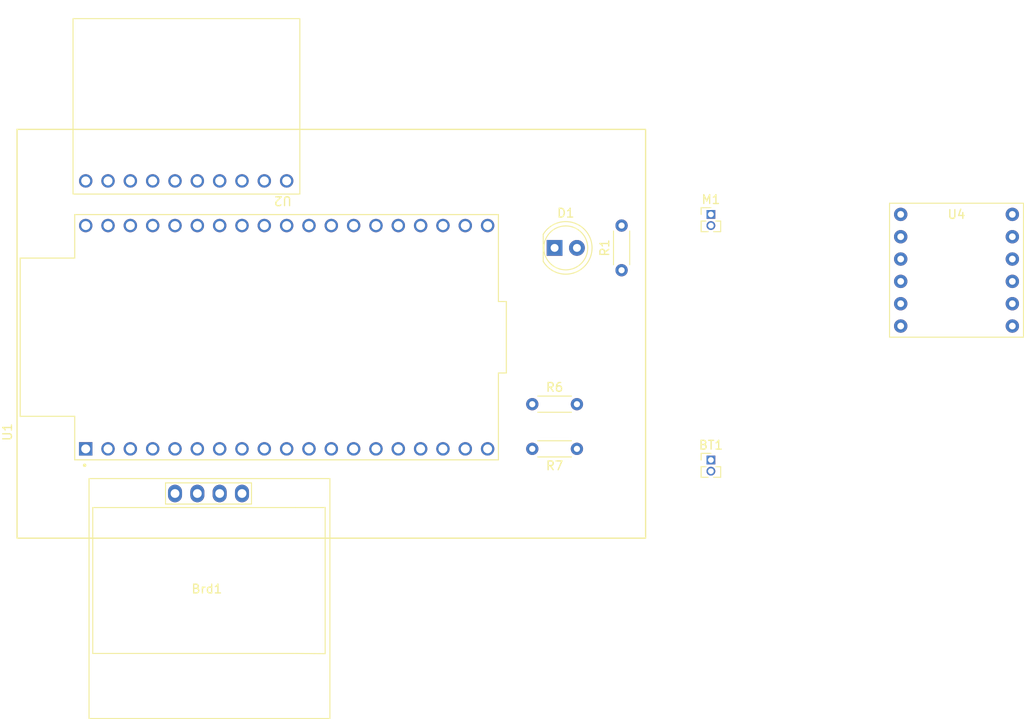
<source format=kicad_pcb>
(kicad_pcb (version 20221018) (generator pcbnew)
  (layers (0 "F.Cu" signal) (31 "B.Cu" signal) (34 "B.Paste" user) (35 "F.Paste" user) (36 "B.SilkS" user "B.Silkscreen") (37 "F.SilkS" user "F.Silkscreen") (38 "B.Mask" user) (39 "F.Mask" user) (44 "Edge.Cuts" user))
  (net 0 "")
  (net 1 "Net-(Brd1-SDA)")
  (net 2 "Net-(Brd1-SCL)")
  (net 3 "GND")
  (net 4 "Net-(Brd1-VCC)")
  (net 5 "Net-(D1-A)")
  (net 6 "Net-(BT1-+)")
  (net 7 "Net-(M1-+)")
  (net 8 "Net-(M1--)")
  (net 11 "Net-(U1-IO5)")
  (net 14 "Net-(U1-IO12)")
  (net 15 "Net-(U1-IO13)")
  (net 16 "Net-(U1-IO16)")
  (net 17 "Net-(U1-IO18)")
  (net 25 "5V")
  (net 36 "Net-(U1-IO4)")
  (net 37 "Net-(U1-IO17)")
  (net 38 "Net-(U1-IO19)")
  (footprint "Resistor_THT:R_Axial_DIN0204_L3.6mm_D1.6mm_P5.08mm_Horizontal" (layer "F.Cu") (at 142.24 106.68 180)
    (fp_text reference "R7" (at 2.54 -1.92) (layer "F.SilkS"))
    (fp_text value "10k")
    (fp_line (start 0.62 -0.92) (end 4.46 -0.92) (stroke (width 0.12)) (layer "F.SilkS"))
    (fp_line (start 0.62 0.92) (end 4.46 0.92) (stroke (width 0.12)) (layer "F.SilkS"))
    (pad "1" thru_hole circle (at 0 0 180) (size 1.4 1.4) (drill 0.7) (layers "*.Cu" "*.Mask") (net 4 "Net-(Brd1-VCC)"))
    (pad "2" thru_hole oval (at 5.08 0 180) (size 1.4 1.4) (drill 0.7) (layers "*.Cu" "*.Mask") (net 17 "Net-(U1-IO18)"))
  )
  (footprint "Resistor_THT:R_Axial_DIN0204_L3.6mm_D1.6mm_P5.08mm_Horizontal" (layer "F.Cu") (at 137.16 101.6)
    (fp_text reference "R6" (at 2.54 -1.92) (layer "F.SilkS"))
    (fp_text value "10k")
    (fp_line (start 0.62 -0.92) (end 4.46 -0.92) (stroke (width 0.12)) (layer "F.SilkS"))
    (fp_line (start 0.62 0.92) (end 4.46 0.92) (stroke (width 0.12)) (layer "F.SilkS"))
    (pad "1" thru_hole circle (at 0 0) (size 1.4 1.4) (drill 0.7) (layers "*.Cu" "*.Mask") (net 4 "Net-(Brd1-VCC)"))
    (pad "2" thru_hole oval (at 5.08 0) (size 1.4 1.4) (drill 0.7) (layers "*.Cu" "*.Mask") (net 16 "Net-(U1-IO16)"))
  )
  (footprint "Connector_PinHeader_1.27mm:PinHeader_1x02_P1.27mm_Vertical" (layer "F.Cu") (at 157.48 107.95)
    (fp_text reference "BT1" (at 0 -1.695) (layer "F.SilkS"))
    (fp_text value "3V (1.5V x 2)")
    (fp_line (start -1.11 -0.76) (end 0 -0.76) (stroke (width 0.12)) (layer "F.SilkS"))
    (fp_line (start -1.11 0) (end -1.11 -0.76) (stroke (width 0.12)) (layer "F.SilkS"))
    (fp_line (start -1.11 0.76) (end -1.11 1.965) (stroke (width 0.12)) (layer "F.SilkS"))
    (fp_line (start -1.11 0.76) (end -0.563471 0.76) (stroke (width 0.12)) (layer "F.SilkS"))
    (fp_line (start -1.11 1.965) (end -0.30753 1.965) (stroke (width 0.12)) (layer "F.SilkS"))
    (fp_line (start 0.30753 1.965) (end 1.11 1.965) (stroke (width 0.12)) (layer "F.SilkS"))
    (fp_line (start 0.563471 0.76) (end 1.11 0.76) (stroke (width 0.12)) (layer "F.SilkS"))
    (fp_line (start 1.11 0.76) (end 1.11 1.965) (stroke (width 0.12)) (layer "F.SilkS"))
    (pad "1" thru_hole rect (at 0 0) (size 1 1) (drill 0.65) (layers "*.Cu" "*.Mask") (net 6 "Net-(BT1-+)"))
    (pad "2" thru_hole oval (at 0 1.27) (size 1 1) (drill 0.65) (layers "*.Cu" "*.Mask") (net 3 "GND"))
  )
  (footprint "Akizuki_Library:microSD-DIP-Kit" (layer "F.Cu") (at 97.79 77.47 180)
    (fp_text reference "U2" (at -11 -1 180 unlocked) (layer "F.SilkS"))
    (fp_text value "microSD-DIP-KIT")
    (fp_rect (start -12.93 -0.23) (end 12.87 19.73) (stroke (width 0.12)) (fill none) (layer "F.SilkS"))
    (pad "1" thru_hole circle (at 11.43 1.27 180) (size 1.53 1.53) (drill 1.02) (layers "*.Cu" "*.Mask"))
    (pad "2" thru_hole circle (at 8.89 1.27 180) (size 1.53 1.53) (drill 1.02) (layers "*.Cu" "*.Mask") (net 16 "Net-(U1-IO16)"))
    (pad "3" thru_hole circle (at 6.35 1.27 180) (size 1.53 1.53) (drill 1.02) (layers "*.Cu" "*.Mask") (net 37 "Net-(U1-IO17)"))
    (pad "4" thru_hole circle (at 3.81 1.27 180) (size 1.53 1.53) (drill 1.02) (layers "*.Cu" "*.Mask") (net 4 "Net-(Brd1-VCC)"))
    (pad "5" thru_hole circle (at 1.27 1.27 180) (size 1.53 1.53) (drill 1.02) (layers "*.Cu" "*.Mask") (net 17 "Net-(U1-IO18)"))
    (pad "6" thru_hole circle (at -1.27 1.27 180) (size 1.53 1.53) (drill 1.02) (layers "*.Cu" "*.Mask") (net 3 "GND"))
    (pad "7" thru_hole circle (at -3.81 1.27 180) (size 1.53 1.53) (drill 1.02) (layers "*.Cu" "*.Mask") (net 38 "Net-(U1-IO19)"))
    (pad "8" thru_hole circle (at -6.35 1.27 180) (size 1.53 1.53) (drill 1.02) (layers "*.Cu" "*.Mask"))
    (pad "9" thru_hole circle (at -8.89 1.27 180) (size 1.53 1.53) (drill 1.02) (layers "*.Cu" "*.Mask") (net 3 "GND"))
    (pad "10" thru_hole circle (at -11.43 1.27 180) (size 1.53 1.53) (drill 1.02) (layers "*.Cu" "*.Mask") (net 36 "Net-(U1-IO4)"))
  )
  (footprint "SSD1306:128x64OLED" (layer "F.Cu") (at 100.14 122.36)
    (fp_text reference "Brd1" (at 0 0.254) (layer "F.SilkS"))
    (fp_text value "SSD1306")
    (fp_line (start -13.4 -12.3) (end 14 -12.3) (stroke (width 0.12)) (layer "F.SilkS"))
    (fp_line (start -13.4 15) (end -13.4 -12.3) (stroke (width 0.12)) (layer "F.SilkS"))
    (fp_line (start -12.978 -9.005) (end 10.122 -9.005) (stroke (width 0.12)) (layer "F.SilkS"))
    (fp_line (start -12.978 7.595) (end -12.978 -9.005) (stroke (width 0.12)) (layer "F.SilkS"))
    (fp_line (start -4.699 -11.811) (end -4.699 -9.398) (stroke (width 0.12)) (layer "F.SilkS"))
    (fp_line (start -4.699 -11.811) (end 5.08 -11.811) (stroke (width 0.12)) (layer "F.SilkS"))
    (fp_line (start 5.08 -11.811) (end 5.08 -9.398) (stroke (width 0.12)) (layer "F.SilkS"))
    (fp_line (start 5.08 -9.398) (end -4.699 -9.398) (stroke (width 0.12)) (layer "F.SilkS"))
    (fp_line (start 10.122 -9.005) (end 13.208 -9.005) (stroke (width 0.12)) (layer "F.SilkS"))
    (fp_line (start 10.122 7.595) (end -12.978 7.595) (stroke (width 0.12)) (layer "F.SilkS"))
    (fp_line (start 10.122 7.595) (end 13.462 7.62) (stroke (width 0.12)) (layer "F.SilkS"))
    (fp_line (start 13.462 -9.017) (end 13.208 -9.005) (stroke (width 0.12)) (layer "F.SilkS"))
    (fp_line (start 13.462 7.62) (end 13.462 -9.017) (stroke (width 0.12)) (layer "F.SilkS"))
    (fp_line (start 14 -12.3) (end 14 15) (stroke (width 0.12)) (layer "F.SilkS"))
    (fp_line (start 14 15) (end -13.4 15) (stroke (width 0.12)) (layer "F.SilkS"))
    (pad "1" thru_hole oval (at -3.62 -10.6 90) (size 2 1.6) (drill 1) (layers "*.Cu" "*.Mask") (net 3 "GND"))
    (pad "2" thru_hole oval (at -1.08 -10.6 90) (size 2 1.6) (drill 1) (layers "*.Cu" "*.Mask") (net 4 "Net-(Brd1-VCC)"))
    (pad "3" thru_hole oval (at 1.46 -10.6 90) (size 2 1.6) (drill 1) (layers "*.Cu" "*.Mask") (net 2 "Net-(Brd1-SCL)"))
    (pad "4" thru_hole oval (at 4 -10.6 90) (size 2 1.6) (drill 1) (layers "*.Cu" "*.Mask") (net 1 "Net-(Brd1-SDA)"))
  )
  (footprint "Resistor_THT:R_Axial_DIN0204_L3.6mm_D1.6mm_P5.08mm_Horizontal" (layer "F.Cu") (at 147.32 86.36 90)
    (fp_text reference "R1" (at 2.54 -1.92 90) (layer "F.SilkS"))
    (fp_text value "330")
    (fp_line (start 0.62 -0.92) (end 4.46 -0.92) (stroke (width 0.12)) (layer "F.SilkS"))
    (fp_line (start 0.62 0.92) (end 4.46 0.92) (stroke (width 0.12)) (layer "F.SilkS"))
    (pad "1" thru_hole circle (at 0 0 90) (size 1.4 1.4) (drill 0.7) (layers "*.Cu" "*.Mask") (net 11 "Net-(U1-IO5)"))
    (pad "2" thru_hole oval (at 5.08 0 90) (size 1.4 1.4) (drill 0.7) (layers "*.Cu" "*.Mask") (net 5 "Net-(D1-A)"))
  )
  (footprint "Connector_PinHeader_1.27mm:PinHeader_1x02_P1.27mm_Vertical" (layer "F.Cu") (at 157.48 80.01)
    (fp_text reference "M1" (at 0 -1.695) (layer "F.SilkS"))
    (fp_text value "FA-130")
    (fp_line (start -1.11 -0.76) (end 0 -0.76) (stroke (width 0.12)) (layer "F.SilkS"))
    (fp_line (start -1.11 0) (end -1.11 -0.76) (stroke (width 0.12)) (layer "F.SilkS"))
    (fp_line (start -1.11 0.76) (end -1.11 1.965) (stroke (width 0.12)) (layer "F.SilkS"))
    (fp_line (start -1.11 0.76) (end -0.563471 0.76) (stroke (width 0.12)) (layer "F.SilkS"))
    (fp_line (start -1.11 1.965) (end -0.30753 1.965) (stroke (width 0.12)) (layer "F.SilkS"))
    (fp_line (start 0.30753 1.965) (end 1.11 1.965) (stroke (width 0.12)) (layer "F.SilkS"))
    (fp_line (start 0.563471 0.76) (end 1.11 0.76) (stroke (width 0.12)) (layer "F.SilkS"))
    (fp_line (start 1.11 0.76) (end 1.11 1.965) (stroke (width 0.12)) (layer "F.SilkS"))
    (pad "1" thru_hole rect (at 0 0) (size 1 1) (drill 0.65) (layers "*.Cu" "*.Mask") (net 7 "Net-(M1-+)"))
    (pad "2" thru_hole oval (at 0 1.27) (size 1 1) (drill 0.65) (layers "*.Cu" "*.Mask") (net 8 "Net-(M1--)"))
  )
  (footprint "ESP32-DEVKITC:MODULE_ESP32-DEVKITC" (layer "F.Cu") (at 109.21 93.98 90)
    (fp_text reference "U1" (at -10.795 -31.75 90) (layer "F.SilkS"))
    (fp_text value "ESP32-DEVKITC")
    (fp_line (start -13.95 -24.1) (end -13.95 24.1) (stroke (width 0.127)) (layer "F.SilkS"))
    (fp_line (start -13.95 24.1) (end -4.07 24.1) (stroke (width 0.127)) (layer "F.SilkS"))
    (fp_line (start -9 -30.3) (end 9 -30.3) (stroke (width 0.127)) (layer "F.SilkS"))
    (fp_line (start -9 -24.1) (end -13.95 -24.1) (stroke (width 0.127)) (layer "F.SilkS"))
    (fp_line (start -9 -24.1) (end -9 -30.3) (stroke (width 0.127)) (layer "F.SilkS"))
    (fp_line (start -4.07 24.1) (end -4.07 25) (stroke (width 0.127)) (layer "F.SilkS"))
    (fp_line (start -4.07 25) (end 4.06 25) (stroke (width 0.127)) (layer "F.SilkS"))
    (fp_line (start 4.06 24.1) (end 13.95 24.1) (stroke (width 0.127)) (layer "F.SilkS"))
    (fp_line (start 4.06 25) (end 4.06 24.1) (stroke (width 0.127)) (layer "F.SilkS"))
    (fp_line (start 9 -30.3) (end 9 -24.1) (stroke (width 0.127)) (layer "F.SilkS"))
    (fp_line (start 13.95 -24.1) (end 9 -24.1) (stroke (width 0.127)) (layer "F.SilkS"))
    (fp_line (start 13.95 24.1) (end 13.95 -24.1) (stroke (width 0.127)) (layer "F.SilkS"))
    (fp_circle (center -14.57 -22.97) (end -14.47 -22.97) (stroke (width 0.2)) (fill none) (layer "F.SilkS"))
    (pad "1" thru_hole rect (at -12.7 -22.85 90) (size 1.53 1.53) (drill 1.02) (layers "*.Cu" "*.Mask") (net 4 "Net-(Brd1-VCC)"))
    (pad "2" thru_hole circle (at -12.7 -20.31 90) (size 1.53 1.53) (drill 1.02) (layers "*.Cu" "*.Mask"))
    (pad "3" thru_hole circle (at -12.7 -17.77 90) (size 1.53 1.53) (drill 1.02) (layers "*.Cu" "*.Mask"))
    (pad "4" thru_hole circle (at -12.7 -15.23 90) (size 1.53 1.53) (drill 1.02) (layers "*.Cu" "*.Mask"))
    (pad "5" thru_hole circle (at -12.7 -12.69 90) (size 1.53 1.53) (drill 1.02) (layers "*.Cu" "*.Mask"))
    (pad "6" thru_hole circle (at -12.7 -10.15 90) (size 1.53 1.53) (drill 1.02) (layers "*.Cu" "*.Mask"))
    (pad "7" thru_hole circle (at -12.7 -7.61 90) (size 1.53 1.53) (drill 1.02) (layers "*.Cu" "*.Mask"))
    (pad "8" thru_hole circle (at -12.7 -5.07 90) (size 1.53 1.53) (drill 1.02) (layers "*.Cu" "*.Mask"))
    (pad "9" thru_hole circle (at -12.7 -2.53 90) (size 1.53 1.53) (drill 1.02) (layers "*.Cu" "*.Mask"))
    (pad "10" thru_hole circle (at -12.7 0.01 90) (size 1.53 1.53) (drill 1.02) (layers "*.Cu" "*.Mask"))
    (pad "11" thru_hole circle (at -12.7 2.55 90) (size 1.53 1.53) (drill 1.02) (layers "*.Cu" "*.Mask"))
    (pad "12" thru_hole circle (at -12.7 5.09 90) (size 1.53 1.53) (drill 1.02) (layers "*.Cu" "*.Mask"))
    (pad "13" thru_hole circle (at -12.7 7.63 90) (size 1.53 1.53) (drill 1.02) (layers "*.Cu" "*.Mask") (net 14 "Net-(U1-IO12)"))
    (pad "14" thru_hole circle (at -12.7 10.17 90) (size 1.53 1.53) (drill 1.02) (layers "*.Cu" "*.Mask") (net 3 "GND"))
    (pad "15" thru_hole circle (at -12.7 12.71 90) (size 1.53 1.53) (drill 1.02) (layers "*.Cu" "*.Mask") (net 15 "Net-(U1-IO13)"))
    (pad "16" thru_hole circle (at -12.7 15.25 90) (size 1.53 1.53) (drill 1.02) (layers "*.Cu" "*.Mask"))
    (pad "17" thru_hole circle (at -12.7 17.79 90) (size 1.53 1.53) (drill 1.02) (layers "*.Cu" "*.Mask"))
    (pad "18" thru_hole circle (at -12.7 20.33 90) (size 1.53 1.53) (drill 1.02) (layers "*.Cu" "*.Mask"))
    (pad "19" thru_hole circle (at -12.7 22.87 90) (size 1.53 1.53) (drill 1.02) (layers "*.Cu" "*.Mask") (net 25 "5V"))
    (pad "20" thru_hole circle (at 12.7 22.87 90) (size 1.53 1.53) (drill 1.02) (layers "*.Cu" "*.Mask"))
    (pad "21" thru_hole circle (at 12.7 20.33 90) (size 1.53 1.53) (drill 1.02) (layers "*.Cu" "*.Mask"))
    (pad "22" thru_hole circle (at 12.7 17.79 90) (size 1.53 1.53) (drill 1.02) (layers "*.Cu" "*.Mask"))
    (pad "23" thru_hole circle (at 12.7 15.25 90) (size 1.53 1.53) (drill 1.02) (layers "*.Cu" "*.Mask"))
    (pad "24" thru_hole circle (at 12.7 12.71 90) (size 1.53 1.53) (drill 1.02) (layers "*.Cu" "*.Mask"))
    (pad "25" thru_hole circle (at 12.7 10.17 90) (size 1.53 1.53) (drill 1.02) (layers "*.Cu" "*.Mask"))
    (pad "26" thru_hole circle (at 12.7 7.63 90) (size 1.53 1.53) (drill 1.02) (layers "*.Cu" "*.Mask") (net 36 "Net-(U1-IO4)"))
    (pad "27" thru_hole circle (at 12.7 5.09 90) (size 1.53 1.53) (drill 1.02) (layers "*.Cu" "*.Mask") (net 16 "Net-(U1-IO16)"))
    (pad "28" thru_hole circle (at 12.7 2.55 90) (size 1.53 1.53) (drill 1.02) (layers "*.Cu" "*.Mask") (net 37 "Net-(U1-IO17)"))
    (pad "29" thru_hole circle (at 12.7 0.01 90) (size 1.53 1.53) (drill 1.02) (layers "*.Cu" "*.Mask") (net 11 "Net-(U1-IO5)"))
    (pad "30" thru_hole circle (at 12.7 -2.53 90) (size 1.53 1.53) (drill 1.02) (layers "*.Cu" "*.Mask") (net 17 "Net-(U1-IO18)"))
    (pad "31" thru_hole circle (at 12.7 -5.07 90) (size 1.53 1.53) (drill 1.02) (layers "*.Cu" "*.Mask") (net 38 "Net-(U1-IO19)"))
    (pad "32" thru_hole circle (at 12.7 -7.61 90) (size 1.53 1.53) (drill 1.02) (layers "*.Cu" "*.Mask") (net 3 "GND"))
    (pad "33" thru_hole circle (at 12.7 -10.15 90) (size 1.53 1.53) (drill 1.02) (layers "*.Cu" "*.Mask") (net 1 "Net-(Brd1-SDA)"))
    (pad "34" thru_hole circle (at 12.7 -12.69 90) (size 1.53 1.53) (drill 1.02) (layers "*.Cu" "*.Mask"))
    (pad "35" thru_hole circle (at 12.7 -15.23 90) (size 1.53 1.53) (drill 1.02) (layers "*.Cu" "*.Mask"))
    (pad "36" thru_hole circle (at 12.7 -17.77 90) (size 1.53 1.53) (drill 1.02) (layers "*.Cu" "*.Mask") (net 2 "Net-(Brd1-SCL)"))
    (pad "37" thru_hole circle (at 12.7 -20.31 90) (size 1.53 1.53) (drill 1.02) (layers "*.Cu" "*.Mask"))
    (pad "38" thru_hole circle (at 12.7 -22.85 90) (size 1.53 1.53) (drill 1.02) (layers "*.Cu" "*.Mask") (net 3 "GND"))
  )
  (footprint "LED_THT:LED_D5.0mm" (layer "F.Cu") (at 139.7 83.82)
    (fp_text reference "D1" (at 1.27 -3.96) (layer "F.SilkS"))
    (fp_text value "Wi-Fi Connecting LED")
    (fp_line (start -1.29 -1.545) (end -1.29 1.545) (stroke (width 0.12)) (layer "F.SilkS"))
    (fp_arc (start -1.29 -1.54483) (mid 2.072002 -2.880433) (end 4.26 0.000462) (stroke (width 0.12)) (layer "F.SilkS"))
    (fp_arc (start 4.26 -0.000462) (mid 2.072002 2.880433) (end -1.29 1.54483) (stroke (width 0.12)) (layer "F.SilkS"))
    (fp_circle (center 1.27 0) (end 3.77 0) (stroke (width 0.12)) (fill none) (layer "F.SilkS"))
    (pad "1" thru_hole rect (at 0 0) (size 1.8 1.8) (drill 0.9) (layers "*.Cu" "*.Mask") (net 3 "GND"))
    (pad "2" thru_hole circle (at 2.54 0) (size 1.8 1.8) (drill 0.9) (layers "*.Cu" "*.Mask") (net 5 "Net-(D1-A)"))
  )
  (footprint "SWITCH_SCIENCE:BD65496MUV" (layer "F.Cu") (at 185.42 86.36)
    (fp_text reference "U4" (at 0 -6.35 unlocked) (layer "F.SilkS"))
    (fp_text value "BD65496MUV")
    (fp_rect (start -7.62 -7.62) (end 7.62 7.62) (stroke (width 0.12)) (fill none) (layer "F.SilkS"))
    (pad "1" thru_hole circle (at -6.35 -6.35) (size 1.524 1.524) (drill 0.762) (layers "*.Cu" "*.Mask") (net 4 "Net-(Brd1-VCC)"))
    (pad "2" thru_hole circle (at -6.35 -3.81) (size 1.524 1.524) (drill 0.762) (layers "*.Cu" "*.Mask"))
    (pad "3" thru_hole circle (at -6.35 -1.27) (size 1.524 1.524) (drill 0.762) (layers "*.Cu" "*.Mask"))
    (pad "4" thru_hole circle (at -6.35 1.27) (size 1.524 1.524) (drill 0.762) (layers "*.Cu" "*.Mask") (net 14 "Net-(U1-IO12)"))
    (pad "5" thru_hole circle (at -6.35 3.81) (size 1.524 1.524) (drill 0.762) (layers "*.Cu" "*.Mask") (net 15 "Net-(U1-IO13)"))
    (pad "6" thru_hole circle (at -6.35 6.35) (size 1.524 1.524) (drill 0.762) (layers "*.Cu" "*.Mask") (net 4 "Net-(Brd1-VCC)"))
    (pad "7" thru_hole circle (at 6.35 -6.35) (size 1.524 1.524) (drill 0.762) (layers "*.Cu" "*.Mask") (net 4 "Net-(Brd1-VCC)"))
    (pad "8" thru_hole circle (at 6.35 -3.81) (size 1.524 1.524) (drill 0.762) (layers "*.Cu" "*.Mask") (net 3 "GND"))
    (pad "9" thru_hole circle (at 6.35 -1.27) (size 1.524 1.524) (drill 0.762) (layers "*.Cu" "*.Mask") (net 7 "Net-(M1-+)"))
    (pad "10" thru_hole circle (at 6.35 1.27) (size 1.524 1.524) (drill 0.762) (layers "*.Cu" "*.Mask") (net 8 "Net-(M1--)"))
    (pad "11" thru_hole circle (at 6.35 3.81) (size 1.524 1.524) (drill 0.762) (layers "*.Cu" "*.Mask") (net 6 "Net-(BT1-+)"))
    (pad "12" thru_hole circle (at 6.35 6.35) (size 1.524 1.524) (drill 0.762) (layers "*.Cu" "*.Mask") (net 3 "GND"))
  )
  (gr_rect (start 78.55 70.34) (end 150.05 116.84) (stroke (width 0.15)) (fill none) (layer "F.SilkS"))
)
</source>
